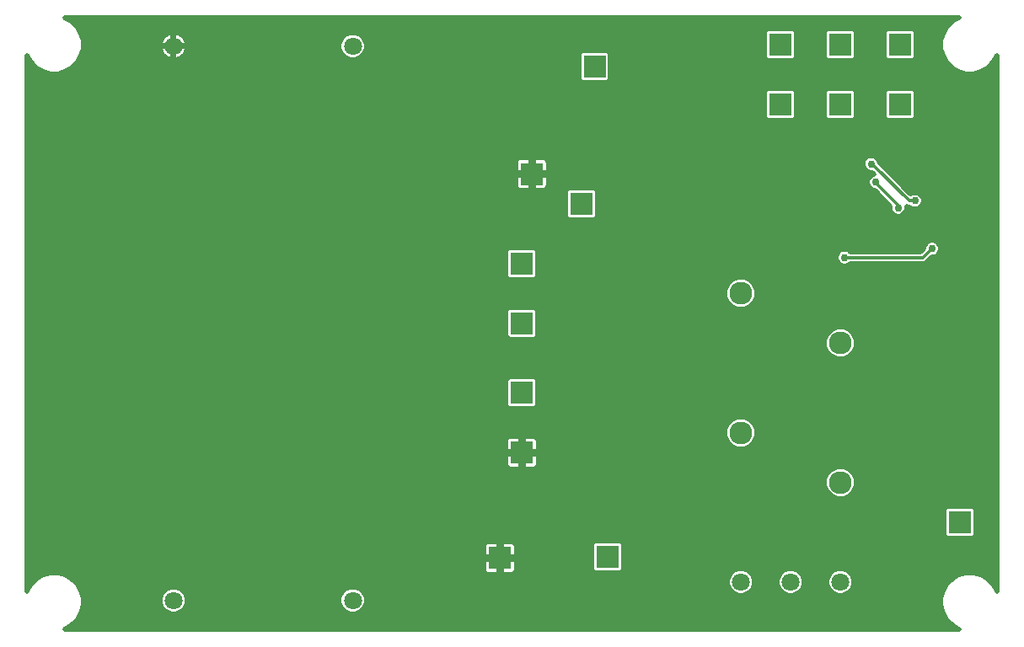
<source format=gbl>
G75*
%MOIN*%
%OFA0B0*%
%FSLAX25Y25*%
%IPPOS*%
%LPD*%
%AMOC8*
5,1,8,0,0,1.08239X$1,22.5*
%
%ADD10R,0.09000X0.09000*%
%ADD11C,0.07087*%
%ADD12C,0.09035*%
%ADD13C,0.02000*%
%ADD14C,0.03962*%
%ADD15C,0.02978*%
%ADD16C,0.02008*%
%ADD17C,0.03175*%
%ADD18C,0.01181*%
D10*
X0194126Y0035071D03*
X0236646Y0035465D03*
X0202787Y0076803D03*
X0202787Y0100425D03*
X0202787Y0127984D03*
X0202787Y0151606D03*
X0226409Y0175228D03*
X0206724Y0187039D03*
X0231528Y0229559D03*
X0305150Y0238220D03*
X0328772Y0238220D03*
X0352394Y0238220D03*
X0352394Y0214598D03*
X0328772Y0214598D03*
X0305150Y0214598D03*
X0376016Y0049244D03*
D11*
X0328772Y0025622D03*
X0309087Y0025622D03*
X0289402Y0025622D03*
X0272000Y0124488D03*
X0135858Y0018339D03*
X0064992Y0018339D03*
X0064992Y0237630D03*
X0135858Y0237630D03*
D12*
X0289402Y0139795D03*
X0328772Y0120110D03*
X0289402Y0084677D03*
X0328772Y0064992D03*
D13*
X0375648Y0007000D02*
X0022053Y0007000D01*
X0022185Y0007035D01*
X0024807Y0008549D01*
X0026947Y0010689D01*
X0028461Y0013311D01*
X0029244Y0016235D01*
X0029244Y0019262D01*
X0028461Y0022185D01*
X0026947Y0024807D01*
X0024807Y0026947D01*
X0022185Y0028461D01*
X0019262Y0029244D01*
X0016235Y0029244D01*
X0013311Y0028461D01*
X0010689Y0026947D01*
X0008549Y0024807D01*
X0007035Y0022185D01*
X0007000Y0022053D01*
X0007000Y0233915D01*
X0007035Y0233783D01*
X0008549Y0231162D01*
X0010689Y0229021D01*
X0013311Y0227508D01*
X0016235Y0226724D01*
X0019262Y0226724D01*
X0022185Y0227508D01*
X0024807Y0229021D01*
X0026947Y0231162D01*
X0028461Y0233783D01*
X0029244Y0236707D01*
X0029244Y0239734D01*
X0028461Y0242658D01*
X0026947Y0245279D01*
X0024807Y0247420D01*
X0022185Y0248933D01*
X0022053Y0248969D01*
X0375648Y0248969D01*
X0375515Y0248933D01*
X0372894Y0247420D01*
X0370754Y0245279D01*
X0369240Y0242658D01*
X0368457Y0239734D01*
X0368457Y0236707D01*
X0369240Y0233783D01*
X0370754Y0231162D01*
X0372894Y0229021D01*
X0375515Y0227508D01*
X0378439Y0226724D01*
X0381466Y0226724D01*
X0384390Y0227508D01*
X0387011Y0229021D01*
X0389152Y0231162D01*
X0390665Y0233783D01*
X0390701Y0233915D01*
X0390701Y0022053D01*
X0390665Y0022185D01*
X0389152Y0024807D01*
X0387011Y0026947D01*
X0384390Y0028461D01*
X0381466Y0029244D01*
X0378439Y0029244D01*
X0375515Y0028461D01*
X0372894Y0026947D01*
X0370754Y0024807D01*
X0369240Y0022185D01*
X0368457Y0019262D01*
X0368457Y0016235D01*
X0369240Y0013311D01*
X0370754Y0010689D01*
X0372894Y0008549D01*
X0375515Y0007035D01*
X0375648Y0007000D01*
X0373852Y0007996D02*
X0023848Y0007996D01*
X0026252Y0009994D02*
X0371449Y0009994D01*
X0370001Y0011993D02*
X0027700Y0011993D01*
X0028643Y0013991D02*
X0061773Y0013991D01*
X0061961Y0013803D02*
X0063928Y0012988D01*
X0066056Y0012988D01*
X0068023Y0013803D01*
X0069528Y0015308D01*
X0070343Y0017274D01*
X0070343Y0019403D01*
X0069528Y0021369D01*
X0068023Y0022874D01*
X0066056Y0023689D01*
X0063928Y0023689D01*
X0061961Y0022874D01*
X0060456Y0021369D01*
X0059642Y0019403D01*
X0059642Y0017274D01*
X0060456Y0015308D01*
X0061961Y0013803D01*
X0060174Y0015990D02*
X0029178Y0015990D01*
X0029244Y0017988D02*
X0059642Y0017988D01*
X0059884Y0019987D02*
X0029050Y0019987D01*
X0028514Y0021985D02*
X0061072Y0021985D01*
X0068912Y0021985D02*
X0131938Y0021985D01*
X0131322Y0021369D02*
X0132828Y0022874D01*
X0134794Y0023689D01*
X0136923Y0023689D01*
X0138889Y0022874D01*
X0140394Y0021369D01*
X0141209Y0019403D01*
X0141209Y0017274D01*
X0140394Y0015308D01*
X0138889Y0013803D01*
X0136923Y0012988D01*
X0134794Y0012988D01*
X0132828Y0013803D01*
X0131322Y0015308D01*
X0130508Y0017274D01*
X0130508Y0019403D01*
X0131322Y0021369D01*
X0130750Y0019987D02*
X0070101Y0019987D01*
X0070343Y0017988D02*
X0130508Y0017988D01*
X0131040Y0015990D02*
X0069810Y0015990D01*
X0068211Y0013991D02*
X0132639Y0013991D01*
X0139077Y0013991D02*
X0369058Y0013991D01*
X0368522Y0015990D02*
X0140676Y0015990D01*
X0141209Y0017988D02*
X0368457Y0017988D01*
X0368651Y0019987D02*
X0140967Y0019987D01*
X0139778Y0021985D02*
X0285472Y0021985D01*
X0284866Y0022591D02*
X0286371Y0021086D01*
X0288337Y0020272D01*
X0290466Y0020272D01*
X0292432Y0021086D01*
X0293937Y0022591D01*
X0294752Y0024558D01*
X0294752Y0026686D01*
X0293937Y0028653D01*
X0292432Y0030158D01*
X0290466Y0030972D01*
X0288337Y0030972D01*
X0286371Y0030158D01*
X0284866Y0028653D01*
X0284051Y0026686D01*
X0284051Y0024558D01*
X0284866Y0022591D01*
X0284289Y0023984D02*
X0027422Y0023984D01*
X0025772Y0025982D02*
X0284051Y0025982D01*
X0284587Y0027981D02*
X0023017Y0027981D01*
X0012479Y0027981D02*
X0007000Y0027981D01*
X0007000Y0029979D02*
X0187714Y0029979D01*
X0187762Y0029799D02*
X0187626Y0030308D01*
X0187626Y0034571D01*
X0193626Y0034571D01*
X0193626Y0035571D01*
X0193626Y0041571D01*
X0189363Y0041571D01*
X0188854Y0041435D01*
X0188398Y0041171D01*
X0188026Y0040799D01*
X0187762Y0040343D01*
X0187626Y0039834D01*
X0187626Y0035571D01*
X0193626Y0035571D01*
X0194626Y0035571D01*
X0194626Y0041571D01*
X0198889Y0041571D01*
X0199398Y0041435D01*
X0199854Y0041171D01*
X0200226Y0040799D01*
X0200490Y0040343D01*
X0200626Y0039834D01*
X0200626Y0035571D01*
X0194626Y0035571D01*
X0194626Y0034571D01*
X0200626Y0034571D01*
X0200626Y0030308D01*
X0200490Y0029799D01*
X0200226Y0029343D01*
X0199854Y0028970D01*
X0199398Y0028707D01*
X0198889Y0028571D01*
X0194626Y0028571D01*
X0194626Y0034571D01*
X0193626Y0034571D01*
X0193626Y0028571D01*
X0189363Y0028571D01*
X0188854Y0028707D01*
X0188398Y0028970D01*
X0188026Y0029343D01*
X0187762Y0029799D01*
X0187626Y0031978D02*
X0007000Y0031978D01*
X0007000Y0033976D02*
X0187626Y0033976D01*
X0187626Y0035975D02*
X0007000Y0035975D01*
X0007000Y0037973D02*
X0187626Y0037973D01*
X0187663Y0039972D02*
X0007000Y0039972D01*
X0007000Y0041970D02*
X0390701Y0041970D01*
X0390701Y0039972D02*
X0242953Y0039972D01*
X0242953Y0040713D02*
X0241894Y0041772D01*
X0231397Y0041772D01*
X0230339Y0040713D01*
X0230339Y0030216D01*
X0231397Y0029157D01*
X0241894Y0029157D01*
X0242953Y0030216D01*
X0242953Y0040713D01*
X0242953Y0037973D02*
X0390701Y0037973D01*
X0390701Y0035975D02*
X0242953Y0035975D01*
X0242953Y0033976D02*
X0390701Y0033976D01*
X0390701Y0031978D02*
X0242953Y0031978D01*
X0242716Y0029979D02*
X0286192Y0029979D01*
X0292611Y0029979D02*
X0305877Y0029979D01*
X0306056Y0030158D02*
X0304551Y0028653D01*
X0303736Y0026686D01*
X0303736Y0024558D01*
X0304551Y0022591D01*
X0306056Y0021086D01*
X0308022Y0020272D01*
X0310151Y0020272D01*
X0312117Y0021086D01*
X0313622Y0022591D01*
X0314437Y0024558D01*
X0314437Y0026686D01*
X0313622Y0028653D01*
X0312117Y0030158D01*
X0310151Y0030972D01*
X0308022Y0030972D01*
X0306056Y0030158D01*
X0304272Y0027981D02*
X0294216Y0027981D01*
X0294752Y0025982D02*
X0303736Y0025982D01*
X0303974Y0023984D02*
X0294514Y0023984D01*
X0293331Y0021985D02*
X0305157Y0021985D01*
X0313016Y0021985D02*
X0324842Y0021985D01*
X0324236Y0022591D02*
X0323421Y0024558D01*
X0323421Y0026686D01*
X0324236Y0028653D01*
X0325741Y0030158D01*
X0327707Y0030972D01*
X0329836Y0030972D01*
X0331802Y0030158D01*
X0333307Y0028653D01*
X0334122Y0026686D01*
X0334122Y0024558D01*
X0333307Y0022591D01*
X0331802Y0021086D01*
X0329836Y0020272D01*
X0327707Y0020272D01*
X0325741Y0021086D01*
X0324236Y0022591D01*
X0323659Y0023984D02*
X0314199Y0023984D01*
X0314437Y0025982D02*
X0323421Y0025982D01*
X0323957Y0027981D02*
X0313901Y0027981D01*
X0312296Y0029979D02*
X0325562Y0029979D01*
X0331981Y0029979D02*
X0390701Y0029979D01*
X0390701Y0027981D02*
X0385221Y0027981D01*
X0387977Y0025982D02*
X0390701Y0025982D01*
X0390701Y0023984D02*
X0389627Y0023984D01*
X0374684Y0027981D02*
X0333586Y0027981D01*
X0334122Y0025982D02*
X0371929Y0025982D01*
X0370278Y0023984D02*
X0333884Y0023984D01*
X0332701Y0021985D02*
X0369186Y0021985D01*
X0370767Y0042937D02*
X0369709Y0043996D01*
X0369709Y0054493D01*
X0370767Y0055551D01*
X0381264Y0055551D01*
X0382323Y0054493D01*
X0382323Y0043996D01*
X0381264Y0042937D01*
X0370767Y0042937D01*
X0369735Y0043969D02*
X0007000Y0043969D01*
X0007000Y0045967D02*
X0369709Y0045967D01*
X0369709Y0047966D02*
X0007000Y0047966D01*
X0007000Y0049964D02*
X0369709Y0049964D01*
X0369709Y0051963D02*
X0007000Y0051963D01*
X0007000Y0053961D02*
X0369709Y0053961D01*
X0382323Y0053961D02*
X0390701Y0053961D01*
X0390701Y0051963D02*
X0382323Y0051963D01*
X0382323Y0049964D02*
X0390701Y0049964D01*
X0390701Y0047966D02*
X0382323Y0047966D01*
X0382323Y0045967D02*
X0390701Y0045967D01*
X0390701Y0043969D02*
X0382296Y0043969D01*
X0390701Y0055960D02*
X0007000Y0055960D01*
X0007000Y0057958D02*
X0390701Y0057958D01*
X0390701Y0059957D02*
X0332681Y0059957D01*
X0332354Y0059630D02*
X0334134Y0061409D01*
X0335096Y0063734D01*
X0335096Y0066250D01*
X0334134Y0068575D01*
X0332354Y0070354D01*
X0330030Y0071317D01*
X0327514Y0071317D01*
X0325189Y0070354D01*
X0323410Y0068575D01*
X0322447Y0066250D01*
X0322447Y0063734D01*
X0323410Y0061409D01*
X0325189Y0059630D01*
X0327514Y0058667D01*
X0330030Y0058667D01*
X0332354Y0059630D01*
X0334360Y0061955D02*
X0390701Y0061955D01*
X0390701Y0063954D02*
X0335096Y0063954D01*
X0335096Y0065952D02*
X0390701Y0065952D01*
X0390701Y0067951D02*
X0334392Y0067951D01*
X0332759Y0069949D02*
X0390701Y0069949D01*
X0390701Y0071948D02*
X0209263Y0071948D01*
X0209287Y0072040D02*
X0209287Y0076303D01*
X0203287Y0076303D01*
X0203287Y0070303D01*
X0207551Y0070303D01*
X0208059Y0070439D01*
X0208515Y0070703D01*
X0208888Y0071075D01*
X0209151Y0071531D01*
X0209287Y0072040D01*
X0209287Y0073946D02*
X0390701Y0073946D01*
X0390701Y0075945D02*
X0209287Y0075945D01*
X0209287Y0077303D02*
X0209287Y0081566D01*
X0209151Y0082075D01*
X0208888Y0082531D01*
X0208515Y0082904D01*
X0208059Y0083167D01*
X0207551Y0083303D01*
X0203287Y0083303D01*
X0203287Y0077303D01*
X0202287Y0077303D01*
X0202287Y0076303D01*
X0196287Y0076303D01*
X0196287Y0072040D01*
X0196424Y0071531D01*
X0196687Y0071075D01*
X0197059Y0070703D01*
X0197515Y0070439D01*
X0198024Y0070303D01*
X0202287Y0070303D01*
X0202287Y0076303D01*
X0203287Y0076303D01*
X0203287Y0077303D01*
X0209287Y0077303D01*
X0209287Y0077943D02*
X0390701Y0077943D01*
X0390701Y0079942D02*
X0293611Y0079942D01*
X0292984Y0079315D02*
X0294763Y0081094D01*
X0295726Y0083419D01*
X0295726Y0085935D01*
X0294763Y0088260D01*
X0292984Y0090039D01*
X0290660Y0091002D01*
X0288143Y0091002D01*
X0285819Y0090039D01*
X0284040Y0088260D01*
X0283077Y0085935D01*
X0283077Y0083419D01*
X0284040Y0081094D01*
X0285819Y0079315D01*
X0288143Y0078352D01*
X0290660Y0078352D01*
X0292984Y0079315D01*
X0295114Y0081940D02*
X0390701Y0081940D01*
X0390701Y0083939D02*
X0295726Y0083939D01*
X0295725Y0085937D02*
X0390701Y0085937D01*
X0390701Y0087936D02*
X0294898Y0087936D01*
X0293089Y0089934D02*
X0390701Y0089934D01*
X0390701Y0091933D02*
X0007000Y0091933D01*
X0007000Y0089934D02*
X0285714Y0089934D01*
X0283906Y0087936D02*
X0007000Y0087936D01*
X0007000Y0085937D02*
X0283078Y0085937D01*
X0283077Y0083939D02*
X0007000Y0083939D01*
X0007000Y0081940D02*
X0196388Y0081940D01*
X0196424Y0082075D02*
X0196287Y0081566D01*
X0196287Y0077303D01*
X0202287Y0077303D01*
X0202287Y0083303D01*
X0198024Y0083303D01*
X0197515Y0083167D01*
X0197059Y0082904D01*
X0196687Y0082531D01*
X0196424Y0082075D01*
X0196287Y0079942D02*
X0007000Y0079942D01*
X0007000Y0077943D02*
X0196287Y0077943D01*
X0196287Y0075945D02*
X0007000Y0075945D01*
X0007000Y0073946D02*
X0196287Y0073946D01*
X0196312Y0071948D02*
X0007000Y0071948D01*
X0007000Y0069949D02*
X0324784Y0069949D01*
X0323151Y0067951D02*
X0007000Y0067951D01*
X0007000Y0065952D02*
X0322447Y0065952D01*
X0322447Y0063954D02*
X0007000Y0063954D01*
X0007000Y0061955D02*
X0323184Y0061955D01*
X0324862Y0059957D02*
X0007000Y0059957D01*
X0007000Y0093932D02*
X0390701Y0093932D01*
X0390701Y0095930D02*
X0209094Y0095930D01*
X0209094Y0095177D02*
X0209094Y0105674D01*
X0208036Y0106732D01*
X0197539Y0106732D01*
X0196480Y0105674D01*
X0196480Y0095177D01*
X0197539Y0094118D01*
X0208036Y0094118D01*
X0209094Y0095177D01*
X0209094Y0097929D02*
X0390701Y0097929D01*
X0390701Y0099927D02*
X0209094Y0099927D01*
X0209094Y0101926D02*
X0390701Y0101926D01*
X0390701Y0103924D02*
X0209094Y0103924D01*
X0208846Y0105923D02*
X0390701Y0105923D01*
X0390701Y0107921D02*
X0007000Y0107921D01*
X0007000Y0105923D02*
X0196729Y0105923D01*
X0196480Y0103924D02*
X0007000Y0103924D01*
X0007000Y0101926D02*
X0196480Y0101926D01*
X0196480Y0099927D02*
X0007000Y0099927D01*
X0007000Y0097929D02*
X0196480Y0097929D01*
X0196480Y0095930D02*
X0007000Y0095930D01*
X0007000Y0109920D02*
X0390701Y0109920D01*
X0390701Y0111918D02*
X0007000Y0111918D01*
X0007000Y0113917D02*
X0327197Y0113917D01*
X0327514Y0113785D02*
X0325189Y0114748D01*
X0323410Y0116528D01*
X0322447Y0118852D01*
X0322447Y0121368D01*
X0323410Y0123693D01*
X0325189Y0125472D01*
X0327514Y0126435D01*
X0330030Y0126435D01*
X0332354Y0125472D01*
X0334134Y0123693D01*
X0335096Y0121368D01*
X0335096Y0118852D01*
X0334134Y0116528D01*
X0332354Y0114748D01*
X0330030Y0113785D01*
X0327514Y0113785D01*
X0330346Y0113917D02*
X0390701Y0113917D01*
X0390701Y0115915D02*
X0333521Y0115915D01*
X0334708Y0117914D02*
X0390701Y0117914D01*
X0390701Y0119912D02*
X0335096Y0119912D01*
X0334872Y0121911D02*
X0390701Y0121911D01*
X0390701Y0123909D02*
X0333917Y0123909D01*
X0331303Y0125908D02*
X0390701Y0125908D01*
X0390701Y0127906D02*
X0209094Y0127906D01*
X0209094Y0125908D02*
X0326240Y0125908D01*
X0323626Y0123909D02*
X0209094Y0123909D01*
X0209094Y0122736D02*
X0209094Y0133233D01*
X0208036Y0134291D01*
X0197539Y0134291D01*
X0196480Y0133233D01*
X0196480Y0122736D01*
X0197539Y0121677D01*
X0208036Y0121677D01*
X0209094Y0122736D01*
X0208269Y0121911D02*
X0322672Y0121911D01*
X0322447Y0119912D02*
X0007000Y0119912D01*
X0007000Y0117914D02*
X0322836Y0117914D01*
X0324022Y0115915D02*
X0007000Y0115915D01*
X0007000Y0121911D02*
X0197305Y0121911D01*
X0196480Y0123909D02*
X0007000Y0123909D01*
X0007000Y0125908D02*
X0196480Y0125908D01*
X0196480Y0127906D02*
X0007000Y0127906D01*
X0007000Y0129905D02*
X0196480Y0129905D01*
X0196480Y0131903D02*
X0007000Y0131903D01*
X0007000Y0133902D02*
X0197149Y0133902D01*
X0208425Y0133902D02*
X0287102Y0133902D01*
X0288143Y0133470D02*
X0290660Y0133470D01*
X0292984Y0134433D01*
X0294763Y0136213D01*
X0295726Y0138537D01*
X0295726Y0141053D01*
X0294763Y0143378D01*
X0292984Y0145157D01*
X0290660Y0146120D01*
X0288143Y0146120D01*
X0285819Y0145157D01*
X0284040Y0143378D01*
X0283077Y0141053D01*
X0283077Y0138537D01*
X0284040Y0136213D01*
X0285819Y0134433D01*
X0288143Y0133470D01*
X0291701Y0133902D02*
X0390701Y0133902D01*
X0390701Y0135900D02*
X0294451Y0135900D01*
X0295462Y0137899D02*
X0390701Y0137899D01*
X0390701Y0139897D02*
X0295726Y0139897D01*
X0295377Y0141896D02*
X0390701Y0141896D01*
X0390701Y0143894D02*
X0294247Y0143894D01*
X0291208Y0145893D02*
X0390701Y0145893D01*
X0390701Y0147891D02*
X0209094Y0147891D01*
X0209094Y0146358D02*
X0209094Y0156855D01*
X0208036Y0157913D01*
X0197539Y0157913D01*
X0196480Y0156855D01*
X0196480Y0146358D01*
X0197539Y0145299D01*
X0208036Y0145299D01*
X0209094Y0146358D01*
X0208630Y0145893D02*
X0287595Y0145893D01*
X0284556Y0143894D02*
X0007000Y0143894D01*
X0007000Y0141896D02*
X0283426Y0141896D01*
X0283077Y0139897D02*
X0007000Y0139897D01*
X0007000Y0137899D02*
X0283341Y0137899D01*
X0284352Y0135900D02*
X0007000Y0135900D01*
X0007000Y0145893D02*
X0196945Y0145893D01*
X0196480Y0147891D02*
X0007000Y0147891D01*
X0007000Y0149890D02*
X0196480Y0149890D01*
X0196480Y0151888D02*
X0007000Y0151888D01*
X0007000Y0153887D02*
X0196480Y0153887D01*
X0196480Y0155885D02*
X0007000Y0155885D01*
X0007000Y0157884D02*
X0197509Y0157884D01*
X0208065Y0157884D02*
X0361696Y0157884D01*
X0361696Y0157607D02*
X0360456Y0156366D01*
X0332610Y0156366D01*
X0332214Y0156763D01*
X0331002Y0157265D01*
X0329691Y0157265D01*
X0328479Y0156763D01*
X0327552Y0155836D01*
X0327050Y0154624D01*
X0327050Y0153313D01*
X0327552Y0152101D01*
X0328479Y0151174D01*
X0329691Y0150672D01*
X0331002Y0150672D01*
X0332214Y0151174D01*
X0332610Y0151571D01*
X0361926Y0151571D01*
X0362807Y0151936D01*
X0365087Y0154216D01*
X0365648Y0154216D01*
X0366859Y0154718D01*
X0367786Y0155645D01*
X0368288Y0156856D01*
X0368288Y0158167D01*
X0367786Y0159379D01*
X0366859Y0160306D01*
X0365648Y0160808D01*
X0364336Y0160808D01*
X0363125Y0160306D01*
X0362198Y0159379D01*
X0361696Y0158167D01*
X0361696Y0157607D01*
X0362701Y0159882D02*
X0007000Y0159882D01*
X0007000Y0161881D02*
X0390701Y0161881D01*
X0390701Y0163879D02*
X0007000Y0163879D01*
X0007000Y0165878D02*
X0390701Y0165878D01*
X0390701Y0167876D02*
X0007000Y0167876D01*
X0007000Y0169875D02*
X0220207Y0169875D01*
X0220102Y0169980D02*
X0221161Y0168921D01*
X0231658Y0168921D01*
X0232717Y0169980D01*
X0232717Y0180477D01*
X0231658Y0181535D01*
X0221161Y0181535D01*
X0220102Y0180477D01*
X0220102Y0169980D01*
X0220102Y0171873D02*
X0007000Y0171873D01*
X0007000Y0173872D02*
X0220102Y0173872D01*
X0220102Y0175870D02*
X0007000Y0175870D01*
X0007000Y0177869D02*
X0220102Y0177869D01*
X0220102Y0179868D02*
X0007000Y0179868D01*
X0007000Y0181866D02*
X0200334Y0181866D01*
X0200361Y0181767D02*
X0200624Y0181311D01*
X0200996Y0180939D01*
X0201452Y0180676D01*
X0201961Y0180539D01*
X0206224Y0180539D01*
X0206224Y0186539D01*
X0207224Y0186539D01*
X0207224Y0180539D01*
X0211488Y0180539D01*
X0211996Y0180676D01*
X0212452Y0180939D01*
X0212825Y0181311D01*
X0213088Y0181767D01*
X0213224Y0182276D01*
X0213224Y0186539D01*
X0207224Y0186539D01*
X0207224Y0187539D01*
X0206224Y0187539D01*
X0206224Y0186539D01*
X0200224Y0186539D01*
X0200224Y0182276D01*
X0200361Y0181767D01*
X0200224Y0183865D02*
X0007000Y0183865D01*
X0007000Y0185863D02*
X0200224Y0185863D01*
X0200224Y0187539D02*
X0206224Y0187539D01*
X0206224Y0193539D01*
X0201961Y0193539D01*
X0201452Y0193403D01*
X0200996Y0193140D01*
X0200624Y0192767D01*
X0200361Y0192311D01*
X0200224Y0191803D01*
X0200224Y0187539D01*
X0200224Y0187862D02*
X0007000Y0187862D01*
X0007000Y0189860D02*
X0200224Y0189860D01*
X0200239Y0191859D02*
X0007000Y0191859D01*
X0007000Y0193857D02*
X0339318Y0193857D01*
X0339109Y0193771D02*
X0338182Y0192843D01*
X0337680Y0191632D01*
X0337680Y0190321D01*
X0338182Y0189109D01*
X0339109Y0188182D01*
X0340321Y0187680D01*
X0341275Y0187680D01*
X0341967Y0186989D01*
X0340920Y0186556D01*
X0339993Y0185628D01*
X0339491Y0184417D01*
X0339491Y0183106D01*
X0339993Y0181894D01*
X0340920Y0180967D01*
X0342131Y0180465D01*
X0342191Y0180465D01*
X0348321Y0174335D01*
X0348310Y0174309D01*
X0348310Y0172998D01*
X0348812Y0171786D01*
X0349739Y0170859D01*
X0350951Y0170357D01*
X0352262Y0170357D01*
X0353473Y0170859D01*
X0354401Y0171786D01*
X0354902Y0172998D01*
X0354902Y0174243D01*
X0355460Y0174012D01*
X0356036Y0174012D01*
X0356432Y0173615D01*
X0357644Y0173113D01*
X0358955Y0173113D01*
X0360166Y0173615D01*
X0361093Y0174542D01*
X0361595Y0175754D01*
X0361595Y0177065D01*
X0361093Y0178277D01*
X0360166Y0179204D01*
X0358955Y0179705D01*
X0357644Y0179705D01*
X0356504Y0179233D01*
X0344272Y0191465D01*
X0344272Y0191632D01*
X0343771Y0192843D01*
X0342843Y0193771D01*
X0341632Y0194272D01*
X0340321Y0194272D01*
X0339109Y0193771D01*
X0337774Y0191859D02*
X0213209Y0191859D01*
X0213224Y0191803D02*
X0213088Y0192311D01*
X0212825Y0192767D01*
X0212452Y0193140D01*
X0211996Y0193403D01*
X0211488Y0193539D01*
X0207224Y0193539D01*
X0207224Y0187539D01*
X0213224Y0187539D01*
X0213224Y0191803D01*
X0213224Y0189860D02*
X0337871Y0189860D01*
X0339883Y0187862D02*
X0213224Y0187862D01*
X0213224Y0185863D02*
X0340227Y0185863D01*
X0339491Y0183865D02*
X0213224Y0183865D01*
X0213115Y0181866D02*
X0340021Y0181866D01*
X0342789Y0179868D02*
X0232717Y0179868D01*
X0232717Y0177869D02*
X0344787Y0177869D01*
X0346786Y0175870D02*
X0232717Y0175870D01*
X0232717Y0173872D02*
X0348310Y0173872D01*
X0348776Y0171873D02*
X0232717Y0171873D01*
X0232612Y0169875D02*
X0390701Y0169875D01*
X0390701Y0171873D02*
X0354437Y0171873D01*
X0354902Y0173872D02*
X0356175Y0173872D01*
X0360423Y0173872D02*
X0390701Y0173872D01*
X0390701Y0175870D02*
X0361595Y0175870D01*
X0361262Y0177869D02*
X0390701Y0177869D01*
X0390701Y0179868D02*
X0355870Y0179868D01*
X0353871Y0181866D02*
X0390701Y0181866D01*
X0390701Y0183865D02*
X0351873Y0183865D01*
X0349874Y0185863D02*
X0390701Y0185863D01*
X0390701Y0187862D02*
X0347876Y0187862D01*
X0345877Y0189860D02*
X0390701Y0189860D01*
X0390701Y0191859D02*
X0344179Y0191859D01*
X0342635Y0193857D02*
X0390701Y0193857D01*
X0390701Y0195856D02*
X0007000Y0195856D01*
X0007000Y0197854D02*
X0390701Y0197854D01*
X0390701Y0199853D02*
X0007000Y0199853D01*
X0007000Y0201851D02*
X0390701Y0201851D01*
X0390701Y0203850D02*
X0007000Y0203850D01*
X0007000Y0205848D02*
X0390701Y0205848D01*
X0390701Y0207847D02*
X0007000Y0207847D01*
X0007000Y0209845D02*
X0298843Y0209845D01*
X0298843Y0209350D02*
X0299901Y0208291D01*
X0310398Y0208291D01*
X0311457Y0209350D01*
X0311457Y0219847D01*
X0310398Y0220905D01*
X0299901Y0220905D01*
X0298843Y0219847D01*
X0298843Y0209350D01*
X0298843Y0211844D02*
X0007000Y0211844D01*
X0007000Y0213842D02*
X0298843Y0213842D01*
X0298843Y0215841D02*
X0007000Y0215841D01*
X0007000Y0217839D02*
X0298843Y0217839D01*
X0298843Y0219838D02*
X0007000Y0219838D01*
X0007000Y0221836D02*
X0390701Y0221836D01*
X0390701Y0219838D02*
X0358701Y0219838D01*
X0358701Y0219847D02*
X0357642Y0220905D01*
X0347145Y0220905D01*
X0346087Y0219847D01*
X0346087Y0209350D01*
X0347145Y0208291D01*
X0357642Y0208291D01*
X0358701Y0209350D01*
X0358701Y0219847D01*
X0358701Y0217839D02*
X0390701Y0217839D01*
X0390701Y0215841D02*
X0358701Y0215841D01*
X0358701Y0213842D02*
X0390701Y0213842D01*
X0390701Y0211844D02*
X0358701Y0211844D01*
X0358701Y0209845D02*
X0390701Y0209845D01*
X0390701Y0223835D02*
X0237359Y0223835D01*
X0237835Y0224311D02*
X0236776Y0223252D01*
X0226279Y0223252D01*
X0225220Y0224311D01*
X0225220Y0234808D01*
X0226279Y0235866D01*
X0236776Y0235866D01*
X0237835Y0234808D01*
X0237835Y0224311D01*
X0237835Y0225833D02*
X0390701Y0225833D01*
X0390701Y0227832D02*
X0384951Y0227832D01*
X0387820Y0229830D02*
X0390701Y0229830D01*
X0390701Y0231829D02*
X0389537Y0231829D01*
X0390677Y0233827D02*
X0390701Y0233827D01*
X0374954Y0227832D02*
X0237835Y0227832D01*
X0237835Y0229830D02*
X0372085Y0229830D01*
X0370368Y0231829D02*
X0237835Y0231829D01*
X0237835Y0233827D02*
X0298843Y0233827D01*
X0298843Y0232972D02*
X0299901Y0231913D01*
X0310398Y0231913D01*
X0311457Y0232972D01*
X0311457Y0243469D01*
X0310398Y0244528D01*
X0299901Y0244528D01*
X0298843Y0243469D01*
X0298843Y0232972D01*
X0298843Y0235826D02*
X0236816Y0235826D01*
X0226239Y0235826D02*
X0140902Y0235826D01*
X0141209Y0236566D02*
X0140394Y0234599D01*
X0138889Y0233094D01*
X0136923Y0232280D01*
X0134794Y0232280D01*
X0132828Y0233094D01*
X0131322Y0234599D01*
X0130508Y0236566D01*
X0130508Y0238694D01*
X0131322Y0240661D01*
X0132828Y0242166D01*
X0134794Y0242980D01*
X0136923Y0242980D01*
X0138889Y0242166D01*
X0140394Y0240661D01*
X0141209Y0238694D01*
X0141209Y0236566D01*
X0141209Y0237824D02*
X0298843Y0237824D01*
X0298843Y0239823D02*
X0140741Y0239823D01*
X0139233Y0241821D02*
X0298843Y0241821D01*
X0299193Y0243820D02*
X0027790Y0243820D01*
X0028685Y0241821D02*
X0061344Y0241821D01*
X0061381Y0241858D02*
X0060764Y0241241D01*
X0060251Y0240535D01*
X0059855Y0239758D01*
X0059585Y0238928D01*
X0059449Y0238066D01*
X0059449Y0237811D01*
X0064811Y0237811D01*
X0064811Y0237449D01*
X0059449Y0237449D01*
X0059449Y0237194D01*
X0059585Y0236332D01*
X0059855Y0235502D01*
X0060251Y0234725D01*
X0060764Y0234019D01*
X0061381Y0233402D01*
X0062087Y0232889D01*
X0062864Y0232493D01*
X0063694Y0232223D01*
X0064556Y0232087D01*
X0064811Y0232087D01*
X0064811Y0237449D01*
X0065173Y0237449D01*
X0065173Y0232087D01*
X0065428Y0232087D01*
X0066290Y0232223D01*
X0067120Y0232493D01*
X0067897Y0232889D01*
X0068603Y0233402D01*
X0069220Y0234019D01*
X0069733Y0234725D01*
X0070129Y0235502D01*
X0070399Y0236332D01*
X0070535Y0237194D01*
X0070535Y0237449D01*
X0065173Y0237449D01*
X0065173Y0237811D01*
X0064811Y0237811D01*
X0064811Y0243173D01*
X0064556Y0243173D01*
X0063694Y0243037D01*
X0062864Y0242767D01*
X0062087Y0242371D01*
X0061381Y0241858D01*
X0059888Y0239823D02*
X0029220Y0239823D01*
X0029244Y0237824D02*
X0059449Y0237824D01*
X0059750Y0235826D02*
X0029008Y0235826D01*
X0028472Y0233827D02*
X0060955Y0233827D01*
X0064811Y0233827D02*
X0065173Y0233827D01*
X0065173Y0235826D02*
X0064811Y0235826D01*
X0064811Y0237824D02*
X0065173Y0237824D01*
X0065173Y0237811D02*
X0065173Y0243173D01*
X0065428Y0243173D01*
X0066290Y0243037D01*
X0067120Y0242767D01*
X0067897Y0242371D01*
X0068603Y0241858D01*
X0069220Y0241241D01*
X0069733Y0240535D01*
X0070129Y0239758D01*
X0070399Y0238928D01*
X0070535Y0238066D01*
X0070535Y0237811D01*
X0065173Y0237811D01*
X0065173Y0239823D02*
X0064811Y0239823D01*
X0064811Y0241821D02*
X0065173Y0241821D01*
X0068640Y0241821D02*
X0132483Y0241821D01*
X0130975Y0239823D02*
X0070096Y0239823D01*
X0070535Y0237824D02*
X0130508Y0237824D01*
X0130814Y0235826D02*
X0070234Y0235826D01*
X0069029Y0233827D02*
X0132094Y0233827D01*
X0139622Y0233827D02*
X0225220Y0233827D01*
X0225220Y0231829D02*
X0027332Y0231829D01*
X0025616Y0229830D02*
X0225220Y0229830D01*
X0225220Y0227832D02*
X0022746Y0227832D01*
X0012750Y0227832D02*
X0007000Y0227832D01*
X0007000Y0229830D02*
X0009880Y0229830D01*
X0008164Y0231829D02*
X0007000Y0231829D01*
X0007000Y0233827D02*
X0007024Y0233827D01*
X0007000Y0225833D02*
X0225220Y0225833D01*
X0225696Y0223835D02*
X0007000Y0223835D01*
X0026408Y0245818D02*
X0371293Y0245818D01*
X0369911Y0243820D02*
X0358350Y0243820D01*
X0358701Y0243469D02*
X0357642Y0244528D01*
X0347145Y0244528D01*
X0346087Y0243469D01*
X0346087Y0232972D01*
X0347145Y0231913D01*
X0357642Y0231913D01*
X0358701Y0232972D01*
X0358701Y0243469D01*
X0358701Y0241821D02*
X0369016Y0241821D01*
X0368481Y0239823D02*
X0358701Y0239823D01*
X0358701Y0237824D02*
X0368457Y0237824D01*
X0368693Y0235826D02*
X0358701Y0235826D01*
X0358701Y0233827D02*
X0369228Y0233827D01*
X0373582Y0247817D02*
X0024119Y0247817D01*
X0206224Y0191859D02*
X0207224Y0191859D01*
X0207224Y0189860D02*
X0206224Y0189860D01*
X0206224Y0187862D02*
X0207224Y0187862D01*
X0207224Y0185863D02*
X0206224Y0185863D01*
X0206224Y0183865D02*
X0207224Y0183865D01*
X0207224Y0181866D02*
X0206224Y0181866D01*
X0209094Y0155885D02*
X0327602Y0155885D01*
X0327050Y0153887D02*
X0209094Y0153887D01*
X0209094Y0151888D02*
X0327765Y0151888D01*
X0362692Y0151888D02*
X0390701Y0151888D01*
X0390701Y0149890D02*
X0209094Y0149890D01*
X0209094Y0131903D02*
X0390701Y0131903D01*
X0390701Y0129905D02*
X0209094Y0129905D01*
X0209187Y0081940D02*
X0283689Y0081940D01*
X0285192Y0079942D02*
X0209287Y0079942D01*
X0203287Y0079942D02*
X0202287Y0079942D01*
X0202287Y0081940D02*
X0203287Y0081940D01*
X0203287Y0077943D02*
X0202287Y0077943D01*
X0202287Y0075945D02*
X0203287Y0075945D01*
X0203287Y0073946D02*
X0202287Y0073946D01*
X0202287Y0071948D02*
X0203287Y0071948D01*
X0200589Y0039972D02*
X0230339Y0039972D01*
X0230339Y0037973D02*
X0200626Y0037973D01*
X0200626Y0035975D02*
X0230339Y0035975D01*
X0230339Y0033976D02*
X0200626Y0033976D01*
X0200626Y0031978D02*
X0230339Y0031978D01*
X0230575Y0029979D02*
X0200538Y0029979D01*
X0194626Y0029979D02*
X0193626Y0029979D01*
X0193626Y0031978D02*
X0194626Y0031978D01*
X0194626Y0033976D02*
X0193626Y0033976D01*
X0193626Y0035975D02*
X0194626Y0035975D01*
X0194626Y0037973D02*
X0193626Y0037973D01*
X0193626Y0039972D02*
X0194626Y0039972D01*
X0364758Y0153887D02*
X0390701Y0153887D01*
X0390701Y0155885D02*
X0367886Y0155885D01*
X0368288Y0157884D02*
X0390701Y0157884D01*
X0390701Y0159882D02*
X0367283Y0159882D01*
X0334020Y0208291D02*
X0323523Y0208291D01*
X0322465Y0209350D01*
X0322465Y0219847D01*
X0323523Y0220905D01*
X0334020Y0220905D01*
X0335079Y0219847D01*
X0335079Y0209350D01*
X0334020Y0208291D01*
X0335079Y0209845D02*
X0346087Y0209845D01*
X0346087Y0211844D02*
X0335079Y0211844D01*
X0335079Y0213842D02*
X0346087Y0213842D01*
X0346087Y0215841D02*
X0335079Y0215841D01*
X0335079Y0217839D02*
X0346087Y0217839D01*
X0346087Y0219838D02*
X0335079Y0219838D01*
X0322465Y0219838D02*
X0311457Y0219838D01*
X0311457Y0217839D02*
X0322465Y0217839D01*
X0322465Y0215841D02*
X0311457Y0215841D01*
X0311457Y0213842D02*
X0322465Y0213842D01*
X0322465Y0211844D02*
X0311457Y0211844D01*
X0311457Y0209845D02*
X0322465Y0209845D01*
X0323523Y0231913D02*
X0322465Y0232972D01*
X0322465Y0243469D01*
X0323523Y0244528D01*
X0334020Y0244528D01*
X0335079Y0243469D01*
X0335079Y0232972D01*
X0334020Y0231913D01*
X0323523Y0231913D01*
X0322465Y0233827D02*
X0311457Y0233827D01*
X0311457Y0235826D02*
X0322465Y0235826D01*
X0322465Y0237824D02*
X0311457Y0237824D01*
X0311457Y0239823D02*
X0322465Y0239823D01*
X0322465Y0241821D02*
X0311457Y0241821D01*
X0311106Y0243820D02*
X0322815Y0243820D01*
X0334728Y0243820D02*
X0346437Y0243820D01*
X0346087Y0241821D02*
X0335079Y0241821D01*
X0335079Y0239823D02*
X0346087Y0239823D01*
X0346087Y0237824D02*
X0335079Y0237824D01*
X0335079Y0235826D02*
X0346087Y0235826D01*
X0346087Y0233827D02*
X0335079Y0233827D01*
X0009724Y0025982D02*
X0007000Y0025982D01*
X0007000Y0023984D02*
X0008074Y0023984D01*
D14*
X0230346Y0108299D03*
X0257349Y0139199D03*
X0344520Y0143732D03*
X0348457Y0108299D03*
X0348457Y0053181D03*
X0285465Y0214598D03*
D15*
X0305150Y0189008D03*
X0328772Y0189008D03*
X0340976Y0190976D03*
X0342787Y0183761D03*
X0352394Y0189008D03*
X0358299Y0176409D03*
X0351606Y0173654D03*
X0364992Y0157512D03*
X0330346Y0153969D03*
X0190583Y0226409D03*
D16*
X0305150Y0189008D02*
X0307512Y0189008D01*
D17*
X0303575Y0176016D03*
X0316961Y0140583D03*
X0224441Y0064205D03*
D18*
X0330346Y0153969D02*
X0361449Y0153969D01*
X0364992Y0157512D01*
X0351606Y0173654D02*
X0351606Y0174441D01*
X0342551Y0183496D01*
X0342945Y0183890D01*
X0342916Y0183890D01*
X0342787Y0183761D01*
X0342157Y0190189D02*
X0341764Y0190189D01*
X0340976Y0190976D01*
X0342157Y0190189D02*
X0355937Y0176409D01*
X0358299Y0176409D01*
M02*

</source>
